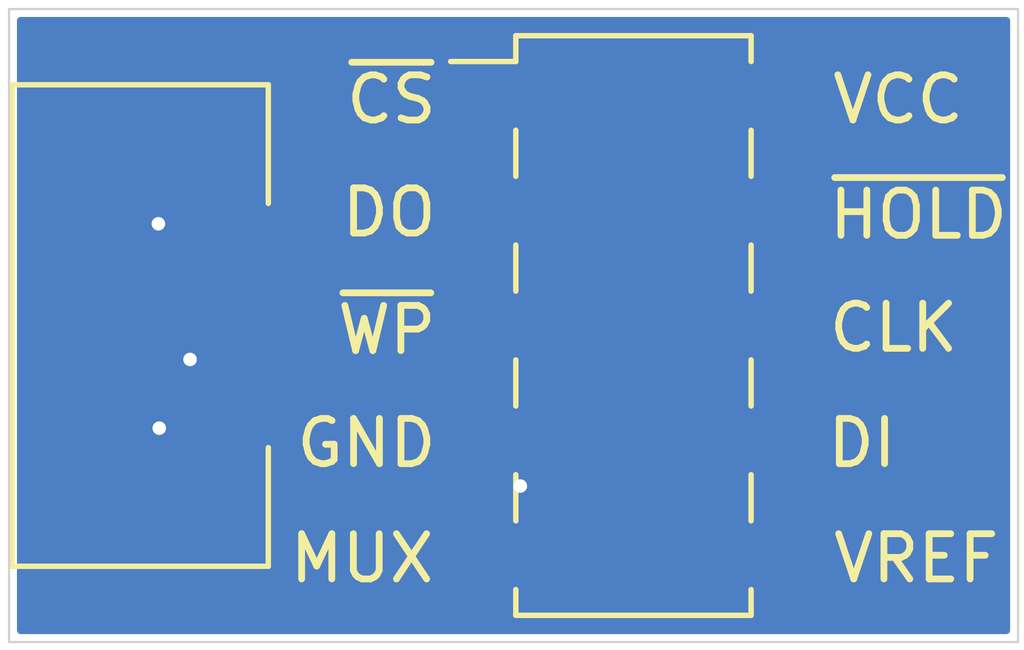
<source format=kicad_pcb>
(kicad_pcb (version 20171130) (host pcbnew "(5.1.0-rc2-47-g6eb84e42f)")

  (general
    (thickness 1.6)
    (drawings 14)
    (tracks 53)
    (zones 0)
    (modules 5)
    (nets 11)
  )

  (page A4)
  (layers
    (0 F.Cu signal)
    (31 B.Cu signal)
    (32 B.Adhes user)
    (33 F.Adhes user)
    (34 B.Paste user)
    (35 F.Paste user)
    (36 B.SilkS user)
    (37 F.SilkS user)
    (38 B.Mask user)
    (39 F.Mask user)
    (40 Dwgs.User user)
    (41 Cmts.User user)
    (42 Eco1.User user)
    (43 Eco2.User user)
    (44 Edge.Cuts user)
    (45 Margin user)
    (46 B.CrtYd user)
    (47 F.CrtYd user)
    (48 B.Fab user hide)
    (49 F.Fab user hide)
  )

  (setup
    (last_trace_width 0.15)
    (trace_clearance 0.2)
    (zone_clearance 0.508)
    (zone_45_only no)
    (trace_min 0.15)
    (via_size 0.6)
    (via_drill 0.3)
    (via_min_size 0.6)
    (via_min_drill 0.3)
    (uvia_size 0.3)
    (uvia_drill 0.1)
    (uvias_allowed no)
    (uvia_min_size 0.2)
    (uvia_min_drill 0.1)
    (edge_width 0.05)
    (segment_width 0.2)
    (pcb_text_width 0.3)
    (pcb_text_size 1.5 1.5)
    (mod_edge_width 0.12)
    (mod_text_size 1 1)
    (mod_text_width 0.15)
    (pad_size 1.524 1.524)
    (pad_drill 0.762)
    (pad_to_mask_clearance 0.051)
    (solder_mask_min_width 0.25)
    (aux_axis_origin 0 0)
    (visible_elements FFFFFF7F)
    (pcbplotparams
      (layerselection 0x010fc_ffffffff)
      (usegerberextensions false)
      (usegerberattributes false)
      (usegerberadvancedattributes false)
      (creategerberjobfile false)
      (excludeedgelayer true)
      (linewidth 0.100000)
      (plotframeref false)
      (viasonmask false)
      (mode 1)
      (useauxorigin false)
      (hpglpennumber 1)
      (hpglpenspeed 20)
      (hpglpendiameter 15.000000)
      (psnegative false)
      (psa4output false)
      (plotreference true)
      (plotvalue true)
      (plotinvisibletext false)
      (padsonsilk false)
      (subtractmaskfromsilk false)
      (outputformat 1)
      (mirror false)
      (drillshape 1)
      (scaleselection 1)
      (outputdirectory ""))
  )

  (net 0 "")
  (net 1 /~CS_PROG)
  (net 2 /VCC_PROG)
  (net 3 /IO1_DO_PROG)
  (net 4 /IO3_~HOLD_PROG)
  (net 5 /IO2_~WP_PROG)
  (net 6 /CLK_PROG)
  (net 7 GND)
  (net 8 /IO0_DI_PROG)
  (net 9 /MUX_SEL)
  (net 10 /VCC_BOARD)

  (net_class Default "This is the default net class."
    (clearance 0.2)
    (trace_width 0.15)
    (via_dia 0.6)
    (via_drill 0.3)
    (uvia_dia 0.3)
    (uvia_drill 0.1)
    (add_net /CLK_PROG)
    (add_net /IO0_DI_PROG)
    (add_net /IO1_DO_PROG)
    (add_net /IO2_~WP_PROG)
    (add_net /IO3_~HOLD_PROG)
    (add_net /MUX_SEL)
    (add_net /~CS_PROG)
  )

  (net_class power ""
    (clearance 0.2)
    (trace_width 0.2)
    (via_dia 0.6)
    (via_drill 0.3)
    (uvia_dia 0.3)
    (uvia_drill 0.1)
    (add_net /VCC_BOARD)
    (add_net /VCC_PROG)
    (add_net GND)
  )

  (module Fiducial:Fiducial_0.5mm_Mask1mm (layer F.Cu) (tedit 5C18CB26) (tstamp 5C9177C3)
    (at 127.65 113.5)
    (descr "Circular Fiducial, 0.5mm bare copper, 1mm soldermask opening (Level C)")
    (tags fiducial)
    (attr smd)
    (fp_text reference REF** (at 0 -1.5) (layer F.Fab)
      (effects (font (size 1 1) (thickness 0.15)))
    )
    (fp_text value Fiducial_0.5mm_Mask1mm (at 0 1.5) (layer F.Fab)
      (effects (font (size 1 1) (thickness 0.15)))
    )
    (fp_circle (center 0 0) (end 0.75 0) (layer F.CrtYd) (width 0.05))
    (fp_text user %R (at 0 0) (layer F.Fab)
      (effects (font (size 0.2 0.2) (thickness 0.04)))
    )
    (fp_circle (center 0 0) (end 0.5 0) (layer F.Fab) (width 0.1))
    (pad "" smd circle (at 0 0) (size 0.5 0.5) (layers F.Cu F.Mask)
      (solder_mask_margin 0.25) (clearance 0.25))
  )

  (module Fiducial:Fiducial_0.5mm_Mask1mm (layer F.Cu) (tedit 5C18CB26) (tstamp 5C9177B5)
    (at 107.5 116.2)
    (descr "Circular Fiducial, 0.5mm bare copper, 1mm soldermask opening (Level C)")
    (tags fiducial)
    (attr smd)
    (fp_text reference REF** (at 0 -1.5) (layer F.Fab)
      (effects (font (size 1 1) (thickness 0.15)))
    )
    (fp_text value Fiducial_0.5mm_Mask1mm (at 0 1.5) (layer F.Fab)
      (effects (font (size 1 1) (thickness 0.15)))
    )
    (fp_circle (center 0 0) (end 0.5 0) (layer F.Fab) (width 0.1))
    (fp_text user %R (at 0 0) (layer F.Fab)
      (effects (font (size 0.2 0.2) (thickness 0.04)))
    )
    (fp_circle (center 0 0) (end 0.75 0) (layer F.CrtYd) (width 0.05))
    (pad "" smd circle (at 0 0) (size 0.5 0.5) (layers F.Cu F.Mask)
      (solder_mask_margin 0.25) (clearance 0.25))
  )

  (module Fiducial:Fiducial_0.5mm_Mask1mm (layer F.Cu) (tedit 5C18CB26) (tstamp 5C91779D)
    (at 113 103.8)
    (descr "Circular Fiducial, 0.5mm bare copper, 1mm soldermask opening (Level C)")
    (tags fiducial)
    (attr smd)
    (fp_text reference REF** (at 0 -1.5) (layer F.Fab)
      (effects (font (size 1 1) (thickness 0.15)))
    )
    (fp_text value Fiducial_0.5mm_Mask1mm (at 0 1.5) (layer F.Fab)
      (effects (font (size 1 1) (thickness 0.15)))
    )
    (fp_circle (center 0 0) (end 0.75 0) (layer F.CrtYd) (width 0.05))
    (fp_text user %R (at 0 0) (layer F.Fab)
      (effects (font (size 0.2 0.2) (thickness 0.04)))
    )
    (fp_circle (center 0 0) (end 0.5 0) (layer F.Fab) (width 0.1))
    (pad "" smd circle (at 0 0) (size 0.5 0.5) (layers F.Cu F.Mask)
      (solder_mask_margin 0.25) (clearance 0.25))
  )

  (module qspimux-footprints:ZF5S-10-01-T-WT (layer F.Cu) (tedit 5C8FD92E) (tstamp 5C911AFB)
    (at 112 110 270)
    (path /5C911201)
    (fp_text reference J1 (at 0 6.2 270) (layer F.Fab)
      (effects (font (size 1 1) (thickness 0.15)))
    )
    (fp_text value Conn_01x10_MountingPin (at 0 7.7 270) (layer F.Fab)
      (effects (font (size 1 1) (thickness 0.15)))
    )
    (fp_line (start -2.7 -0.43) (end -5.325 -0.43) (layer F.SilkS) (width 0.12))
    (fp_line (start -5.325 -0.43) (end -5.325 5.23) (layer F.SilkS) (width 0.12))
    (fp_line (start -5.325 5.23) (end 5.325 5.23) (layer F.SilkS) (width 0.12))
    (fp_line (start 5.325 5.23) (end 5.325 -0.43) (layer F.SilkS) (width 0.12))
    (fp_line (start 5.325 -0.43) (end 2.7 -0.43) (layer F.SilkS) (width 0.12))
    (pad 1 smd roundrect (at -2.25 0 270) (size 0.3 1.6) (layers F.Cu F.Paste F.Mask) (roundrect_rratio 0.25)
      (net 1 /~CS_PROG))
    (pad 2 smd roundrect (at -1.75 0 270) (size 0.3 1.6) (layers F.Cu F.Paste F.Mask) (roundrect_rratio 0.25)
      (net 2 /VCC_PROG))
    (pad 3 smd roundrect (at -1.25 0 270) (size 0.3 1.6) (layers F.Cu F.Paste F.Mask) (roundrect_rratio 0.25)
      (net 3 /IO1_DO_PROG))
    (pad 4 smd roundrect (at -0.75 0 270) (size 0.3 1.6) (layers F.Cu F.Paste F.Mask) (roundrect_rratio 0.25)
      (net 4 /IO3_~HOLD_PROG))
    (pad 5 smd roundrect (at -0.25 0 270) (size 0.3 1.6) (layers F.Cu F.Paste F.Mask) (roundrect_rratio 0.25)
      (net 5 /IO2_~WP_PROG))
    (pad 6 smd roundrect (at 0.25 0 270) (size 0.3 1.6) (layers F.Cu F.Paste F.Mask) (roundrect_rratio 0.25)
      (net 6 /CLK_PROG))
    (pad 7 smd roundrect (at 0.75 0 270) (size 0.3 1.6) (layers F.Cu F.Paste F.Mask) (roundrect_rratio 0.25)
      (net 7 GND))
    (pad 8 smd roundrect (at 1.25 0 270) (size 0.3 1.6) (layers F.Cu F.Paste F.Mask) (roundrect_rratio 0.25)
      (net 8 /IO0_DI_PROG))
    (pad 9 smd roundrect (at 1.75 0 270) (size 0.3 1.6) (layers F.Cu F.Paste F.Mask) (roundrect_rratio 0.25)
      (net 9 /MUX_SEL))
    (pad 10 smd roundrect (at 2.25 0 270) (size 0.3 1.6) (layers F.Cu F.Paste F.Mask) (roundrect_rratio 0.25)
      (net 10 /VCC_BOARD))
    (pad MP smd roundrect (at -3.897 1.98 270) (size 2.24 3.12) (layers F.Cu F.Paste F.Mask) (roundrect_rratio 0.05)
      (net 7 GND))
    (pad MP smd roundrect (at 3.897 1.98 270) (size 2.24 3.12) (layers F.Cu F.Paste F.Mask) (roundrect_rratio 0.05)
      (net 7 GND))
  )

  (module Connector_PinHeader_2.54mm:PinHeader_2x05_P2.54mm_Vertical_SMD (layer F.Cu) (tedit 59FED5CC) (tstamp 5C912093)
    (at 120.5 110)
    (descr "surface-mounted straight pin header, 2x05, 2.54mm pitch, double rows")
    (tags "Surface mounted pin header SMD 2x05 2.54mm double row")
    (path /5C913477)
    (attr smd)
    (fp_text reference J2 (at 0 -7.41) (layer F.Fab)
      (effects (font (size 1 1) (thickness 0.15)))
    )
    (fp_text value Conn_02x05_Odd_Even (at 0 7.41) (layer F.Fab)
      (effects (font (size 1 1) (thickness 0.15)))
    )
    (fp_line (start 2.54 6.35) (end -2.54 6.35) (layer F.Fab) (width 0.1))
    (fp_line (start -1.59 -6.35) (end 2.54 -6.35) (layer F.Fab) (width 0.1))
    (fp_line (start -2.54 6.35) (end -2.54 -5.4) (layer F.Fab) (width 0.1))
    (fp_line (start -2.54 -5.4) (end -1.59 -6.35) (layer F.Fab) (width 0.1))
    (fp_line (start 2.54 -6.35) (end 2.54 6.35) (layer F.Fab) (width 0.1))
    (fp_line (start -2.54 -5.4) (end -3.6 -5.4) (layer F.Fab) (width 0.1))
    (fp_line (start -3.6 -5.4) (end -3.6 -4.76) (layer F.Fab) (width 0.1))
    (fp_line (start -3.6 -4.76) (end -2.54 -4.76) (layer F.Fab) (width 0.1))
    (fp_line (start 2.54 -5.4) (end 3.6 -5.4) (layer F.Fab) (width 0.1))
    (fp_line (start 3.6 -5.4) (end 3.6 -4.76) (layer F.Fab) (width 0.1))
    (fp_line (start 3.6 -4.76) (end 2.54 -4.76) (layer F.Fab) (width 0.1))
    (fp_line (start -2.54 -2.86) (end -3.6 -2.86) (layer F.Fab) (width 0.1))
    (fp_line (start -3.6 -2.86) (end -3.6 -2.22) (layer F.Fab) (width 0.1))
    (fp_line (start -3.6 -2.22) (end -2.54 -2.22) (layer F.Fab) (width 0.1))
    (fp_line (start 2.54 -2.86) (end 3.6 -2.86) (layer F.Fab) (width 0.1))
    (fp_line (start 3.6 -2.86) (end 3.6 -2.22) (layer F.Fab) (width 0.1))
    (fp_line (start 3.6 -2.22) (end 2.54 -2.22) (layer F.Fab) (width 0.1))
    (fp_line (start -2.54 -0.32) (end -3.6 -0.32) (layer F.Fab) (width 0.1))
    (fp_line (start -3.6 -0.32) (end -3.6 0.32) (layer F.Fab) (width 0.1))
    (fp_line (start -3.6 0.32) (end -2.54 0.32) (layer F.Fab) (width 0.1))
    (fp_line (start 2.54 -0.32) (end 3.6 -0.32) (layer F.Fab) (width 0.1))
    (fp_line (start 3.6 -0.32) (end 3.6 0.32) (layer F.Fab) (width 0.1))
    (fp_line (start 3.6 0.32) (end 2.54 0.32) (layer F.Fab) (width 0.1))
    (fp_line (start -2.54 2.22) (end -3.6 2.22) (layer F.Fab) (width 0.1))
    (fp_line (start -3.6 2.22) (end -3.6 2.86) (layer F.Fab) (width 0.1))
    (fp_line (start -3.6 2.86) (end -2.54 2.86) (layer F.Fab) (width 0.1))
    (fp_line (start 2.54 2.22) (end 3.6 2.22) (layer F.Fab) (width 0.1))
    (fp_line (start 3.6 2.22) (end 3.6 2.86) (layer F.Fab) (width 0.1))
    (fp_line (start 3.6 2.86) (end 2.54 2.86) (layer F.Fab) (width 0.1))
    (fp_line (start -2.54 4.76) (end -3.6 4.76) (layer F.Fab) (width 0.1))
    (fp_line (start -3.6 4.76) (end -3.6 5.4) (layer F.Fab) (width 0.1))
    (fp_line (start -3.6 5.4) (end -2.54 5.4) (layer F.Fab) (width 0.1))
    (fp_line (start 2.54 4.76) (end 3.6 4.76) (layer F.Fab) (width 0.1))
    (fp_line (start 3.6 4.76) (end 3.6 5.4) (layer F.Fab) (width 0.1))
    (fp_line (start 3.6 5.4) (end 2.54 5.4) (layer F.Fab) (width 0.1))
    (fp_line (start -2.6 -6.41) (end 2.6 -6.41) (layer F.SilkS) (width 0.12))
    (fp_line (start -2.6 6.41) (end 2.6 6.41) (layer F.SilkS) (width 0.12))
    (fp_line (start -4.04 -5.84) (end -2.6 -5.84) (layer F.SilkS) (width 0.12))
    (fp_line (start -2.6 -6.41) (end -2.6 -5.84) (layer F.SilkS) (width 0.12))
    (fp_line (start 2.6 -6.41) (end 2.6 -5.84) (layer F.SilkS) (width 0.12))
    (fp_line (start -2.6 5.84) (end -2.6 6.41) (layer F.SilkS) (width 0.12))
    (fp_line (start 2.6 5.84) (end 2.6 6.41) (layer F.SilkS) (width 0.12))
    (fp_line (start -2.6 -4.32) (end -2.6 -3.3) (layer F.SilkS) (width 0.12))
    (fp_line (start 2.6 -4.32) (end 2.6 -3.3) (layer F.SilkS) (width 0.12))
    (fp_line (start -2.6 -1.78) (end -2.6 -0.76) (layer F.SilkS) (width 0.12))
    (fp_line (start 2.6 -1.78) (end 2.6 -0.76) (layer F.SilkS) (width 0.12))
    (fp_line (start -2.6 0.76) (end -2.6 1.78) (layer F.SilkS) (width 0.12))
    (fp_line (start 2.6 0.76) (end 2.6 1.78) (layer F.SilkS) (width 0.12))
    (fp_line (start -2.6 3.3) (end -2.6 4.32) (layer F.SilkS) (width 0.12))
    (fp_line (start 2.6 3.3) (end 2.6 4.32) (layer F.SilkS) (width 0.12))
    (fp_line (start -5.9 -6.85) (end -5.9 6.85) (layer F.CrtYd) (width 0.05))
    (fp_line (start -5.9 6.85) (end 5.9 6.85) (layer F.CrtYd) (width 0.05))
    (fp_line (start 5.9 6.85) (end 5.9 -6.85) (layer F.CrtYd) (width 0.05))
    (fp_line (start 5.9 -6.85) (end -5.9 -6.85) (layer F.CrtYd) (width 0.05))
    (fp_text user %R (at 0 0 90) (layer F.Fab)
      (effects (font (size 1 1) (thickness 0.15)))
    )
    (pad 1 smd rect (at -2.525 -5.08) (size 3.15 1) (layers F.Cu F.Paste F.Mask)
      (net 1 /~CS_PROG))
    (pad 2 smd rect (at 2.525 -5.08) (size 3.15 1) (layers F.Cu F.Paste F.Mask)
      (net 2 /VCC_PROG))
    (pad 3 smd rect (at -2.525 -2.54) (size 3.15 1) (layers F.Cu F.Paste F.Mask)
      (net 3 /IO1_DO_PROG))
    (pad 4 smd rect (at 2.525 -2.54) (size 3.15 1) (layers F.Cu F.Paste F.Mask)
      (net 4 /IO3_~HOLD_PROG))
    (pad 5 smd rect (at -2.525 0) (size 3.15 1) (layers F.Cu F.Paste F.Mask)
      (net 5 /IO2_~WP_PROG))
    (pad 6 smd rect (at 2.525 0) (size 3.15 1) (layers F.Cu F.Paste F.Mask)
      (net 6 /CLK_PROG))
    (pad 7 smd rect (at -2.525 2.54) (size 3.15 1) (layers F.Cu F.Paste F.Mask)
      (net 7 GND))
    (pad 8 smd rect (at 2.525 2.54) (size 3.15 1) (layers F.Cu F.Paste F.Mask)
      (net 8 /IO0_DI_PROG))
    (pad 9 smd rect (at -2.525 5.08) (size 3.15 1) (layers F.Cu F.Paste F.Mask)
      (net 9 /MUX_SEL))
    (pad 10 smd rect (at 2.525 5.08) (size 3.15 1) (layers F.Cu F.Paste F.Mask)
      (net 10 /VCC_BOARD))
    (model ${KISYS3DMOD}/Connector_PinHeader_2.54mm.3dshapes/PinHeader_2x05_P2.54mm_Vertical_SMD.wrl
      (at (xyz 0 0 0))
      (scale (xyz 1 1 1))
      (rotate (xyz 0 0 0))
    )
  )

  (gr_text ~WP (at 115.05 110.1) (layer F.SilkS)
    (effects (font (size 1 1) (thickness 0.15)))
  )
  (gr_text DO (at 115.1 107.5) (layer F.SilkS)
    (effects (font (size 1 1) (thickness 0.15)))
  )
  (gr_text VCC (at 126.35 105) (layer F.SilkS)
    (effects (font (size 1 1) (thickness 0.15)))
  )
  (gr_text VREF (at 126.75 115.15) (layer F.SilkS)
    (effects (font (size 1 1) (thickness 0.15)))
  )
  (gr_text GND (at 114.6 112.6) (layer F.SilkS)
    (effects (font (size 1 1) (thickness 0.15)))
  )
  (gr_text MUX (at 114.5 115.15) (layer F.SilkS)
    (effects (font (size 1 1) (thickness 0.15)))
  )
  (gr_text DI (at 125.55 112.6) (layer F.SilkS)
    (effects (font (size 1 1) (thickness 0.15)))
  )
  (gr_text CLK (at 126.25 110.05) (layer F.SilkS)
    (effects (font (size 1 1) (thickness 0.15)))
  )
  (gr_text ~HOLD (at 126.8 107.55) (layer F.SilkS)
    (effects (font (size 1 1) (thickness 0.15)))
  )
  (gr_text ~CS (at 115.15 105) (layer F.SilkS)
    (effects (font (size 1 1) (thickness 0.15)))
  )
  (gr_line (start 106.7 103) (end 129 103) (layer Edge.Cuts) (width 0.05) (tstamp 5C91211B))
  (gr_line (start 106.7 117) (end 106.7 103) (layer Edge.Cuts) (width 0.05))
  (gr_line (start 129 117) (end 106.7 117) (layer Edge.Cuts) (width 0.05))
  (gr_line (start 129 103) (end 129 117) (layer Edge.Cuts) (width 0.05) (tstamp 5C9124FA))

  (segment (start 113.75 107.75) (end 112 107.75) (width 0.15) (layer F.Cu) (net 1))
  (segment (start 114.7 106.8) (end 113.75 107.75) (width 0.15) (layer F.Cu) (net 1))
  (segment (start 114.7 105.7) (end 114.7 106.8) (width 0.15) (layer F.Cu) (net 1))
  (segment (start 117.975 104.92) (end 115.48 104.92) (width 0.15) (layer F.Cu) (net 1))
  (segment (start 115.48 104.92) (end 114.7 105.7) (width 0.15) (layer F.Cu) (net 1))
  (segment (start 121.08 104.92) (end 123.025 104.92) (width 0.2) (layer F.Cu) (net 2))
  (segment (start 119.9 106.1) (end 121.08 104.92) (width 0.2) (layer F.Cu) (net 2))
  (segment (start 116.3 106.1) (end 119.9 106.1) (width 0.2) (layer F.Cu) (net 2))
  (segment (start 114.15 108.25) (end 116.3 106.1) (width 0.2) (layer F.Cu) (net 2))
  (segment (start 114.15 108.25) (end 112 108.25) (width 0.2) (layer F.Cu) (net 2))
  (segment (start 116.04 107.46) (end 117.975 107.46) (width 0.15) (layer F.Cu) (net 3))
  (segment (start 114.75 108.75) (end 116.04 107.46) (width 0.15) (layer F.Cu) (net 3))
  (segment (start 114.75 108.75) (end 112 108.75) (width 0.15) (layer F.Cu) (net 3))
  (segment (start 115.15 109.25) (end 112 109.25) (width 0.15) (layer F.Cu) (net 4))
  (segment (start 115.7 108.7) (end 115.15 109.25) (width 0.15) (layer F.Cu) (net 4))
  (segment (start 119.7 108.7) (end 115.7 108.7) (width 0.15) (layer F.Cu) (net 4))
  (segment (start 123.025 107.46) (end 120.94 107.46) (width 0.15) (layer F.Cu) (net 4))
  (segment (start 120.94 107.46) (end 119.7 108.7) (width 0.15) (layer F.Cu) (net 4))
  (segment (start 117.725 109.75) (end 117.975 110) (width 0.15) (layer F.Cu) (net 5))
  (segment (start 112 109.75) (end 117.725 109.75) (width 0.15) (layer F.Cu) (net 5))
  (segment (start 121.1 110) (end 123.025 110) (width 0.15) (layer F.Cu) (net 6))
  (segment (start 120.05 111.05) (end 121.1 110) (width 0.15) (layer F.Cu) (net 6))
  (segment (start 116.25 111.05) (end 120.05 111.05) (width 0.15) (layer F.Cu) (net 6))
  (segment (start 115.45 110.25) (end 116.25 111.05) (width 0.15) (layer F.Cu) (net 6))
  (segment (start 115.45 110.25) (end 112 110.25) (width 0.15) (layer F.Cu) (net 6))
  (via (at 118 113.55) (size 0.6) (drill 0.3) (layers F.Cu B.Cu) (net 7))
  (segment (start 117.975 112.54) (end 117.975 113.525) (width 0.2) (layer F.Cu) (net 7))
  (segment (start 117.975 113.525) (end 118 113.55) (width 0.2) (layer F.Cu) (net 7))
  (via (at 110.7 110.75) (size 0.6) (drill 0.3) (layers F.Cu B.Cu) (net 7))
  (segment (start 112 110.75) (end 110.7 110.75) (width 0.2) (layer F.Cu) (net 7))
  (segment (start 110.02 113.897) (end 110.02 112.27) (width 0.2) (layer F.Cu) (net 7))
  (via (at 110.02 112.27) (size 0.6) (drill 0.3) (layers F.Cu B.Cu) (net 7))
  (via (at 109.999999 107.749896) (size 0.6) (drill 0.3) (layers F.Cu B.Cu) (net 7))
  (segment (start 110.02 107.729895) (end 109.999999 107.749896) (width 0.2) (layer F.Cu) (net 7))
  (segment (start 110.02 106.103) (end 110.02 107.729895) (width 0.2) (layer F.Cu) (net 7))
  (segment (start 121.04 112.54) (end 123.025 112.54) (width 0.15) (layer F.Cu) (net 8))
  (segment (start 120 111.5) (end 121.04 112.54) (width 0.15) (layer F.Cu) (net 8))
  (segment (start 115.6 111.5) (end 120 111.5) (width 0.15) (layer F.Cu) (net 8))
  (segment (start 115.35 111.25) (end 115.6 111.5) (width 0.15) (layer F.Cu) (net 8))
  (segment (start 115.35 111.25) (end 112 111.25) (width 0.15) (layer F.Cu) (net 8))
  (segment (start 115.58 115.08) (end 117.975 115.08) (width 0.15) (layer F.Cu) (net 9))
  (segment (start 115.2 114.7) (end 115.58 115.08) (width 0.15) (layer F.Cu) (net 9))
  (segment (start 115.2 112.3) (end 115.2 114.7) (width 0.15) (layer F.Cu) (net 9))
  (segment (start 114.65 111.75) (end 115.2 112.3) (width 0.15) (layer F.Cu) (net 9))
  (segment (start 113.7 111.75) (end 112 111.75) (width 0.15) (layer F.Cu) (net 9))
  (segment (start 114.65 111.75) (end 113.7 111.75) (width 0.15) (layer F.Cu) (net 9))
  (segment (start 121.25 115.08) (end 123.025 115.08) (width 0.2) (layer F.Cu) (net 10))
  (segment (start 113.95 112.25) (end 114.5 112.8) (width 0.2) (layer F.Cu) (net 10))
  (segment (start 114.5 112.8) (end 114.5 115.6) (width 0.2) (layer F.Cu) (net 10))
  (segment (start 114.5 115.6) (end 115.1 116.2) (width 0.2) (layer F.Cu) (net 10))
  (segment (start 115.1 116.2) (end 120.13 116.2) (width 0.2) (layer F.Cu) (net 10))
  (segment (start 120.13 116.2) (end 121.25 115.08) (width 0.2) (layer F.Cu) (net 10))
  (segment (start 113.95 112.25) (end 112 112.25) (width 0.2) (layer F.Cu) (net 10))

  (zone (net 7) (net_name GND) (layer B.Cu) (tstamp 5C912484) (hatch edge 0.508)
    (connect_pads (clearance 0.15))
    (min_thickness 0.15)
    (fill yes (arc_segments 32) (thermal_gap 0.3) (thermal_bridge_width 0.3))
    (polygon
      (pts
        (xy 106.5 117.2) (xy 106.5 102.8) (xy 129.15 102.8) (xy 129.15 117.2)
      )
    )
    (filled_polygon
      (pts
        (xy 128.750001 116.75) (xy 106.95 116.75) (xy 106.95 103.25) (xy 128.75 103.25)
      )
    )
  )
)

</source>
